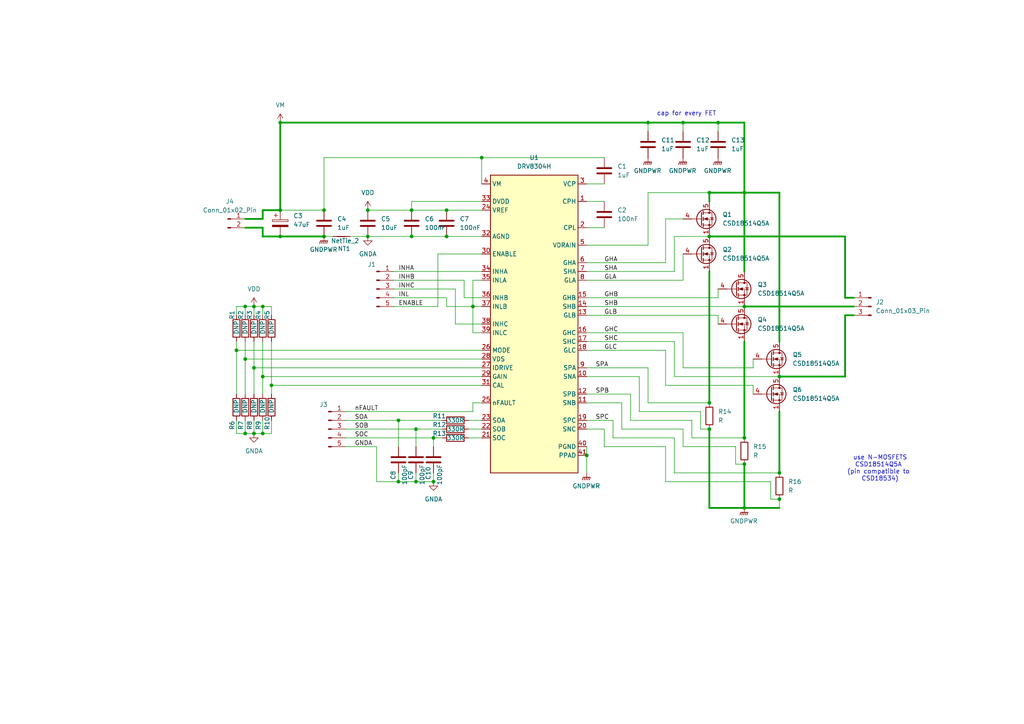
<source format=kicad_sch>
(kicad_sch (version 20231120) (generator "eeschema") (generator_version "8.0")
  (paper "A4")
  (lib_symbols
    (symbol "Connector:Conn_01x02_Pin" (pin_names (offset 1.016) hide)
      (property "Reference" "J" (at 0 2.54 0))
      (property "Value" "Conn_01x02_Pin" (at 0 -5.08 0))
      (symbol "Conn_01x02_Pin_1_1"
        (polyline (pts (xy 1.27 -2.54) (xy 0.8636 -2.54)) (stroke (width 0.1524)))
        (polyline (pts (xy 1.27 0) (xy 0.8636 0)) (stroke (width 0.1524)))
        (rectangle (start 0.8636 -2.413) (end 0 -2.667) (stroke (width 0.1524)) (fill (type outline)))
        (rectangle (start 0.8636 0.127) (end 0 -0.127) (stroke (width 0.1524)) (fill (type outline)))
        (pin passive line (at 5.08 0 180) (length 3.81) (name "Pin_1") (number "1"))
        (pin passive line (at 5.08 -2.54 180) (length 3.81) (name "Pin_2") (number "2"))
      )
    )
    (symbol "Connector:Conn_01x03_Pin" (pin_names (offset 1.016) hide)
      (property "Reference" "J" (at 0 5.08 0))
      (property "Value" "Conn_01x03_Pin" (at 0 -5.08 0))
      (symbol "Conn_01x03_Pin_1_1"
        (polyline (pts (xy 1.27 -2.54) (xy 0.8636 -2.54)) (stroke (width 0.1524)))
        (polyline (pts (xy 1.27 0) (xy 0.8636 0)) (stroke (width 0.1524)))
        (polyline (pts (xy 1.27 2.54) (xy 0.8636 2.54)) (stroke (width 0.1524)))
        (rectangle (start 0.8636 -2.413) (end 0 -2.667) (stroke (width 0.1524)) (fill (type outline)))
        (rectangle (start 0.8636 0.127) (end 0 -0.127) (stroke (width 0.1524)) (fill (type outline)))
        (rectangle (start 0.8636 2.667) (end 0 2.413) (stroke (width 0.1524)) (fill (type outline)))
        (pin passive line (at 5.08 2.54 180) (length 3.81) (name "Pin_1") (number "1"))
        (pin passive line (at 5.08 0 180) (length 3.81) (name "Pin_2") (number "2"))
        (pin passive line (at 5.08 -2.54 180) (length 3.81) (name "Pin_3") (number "3"))
      )
    )
    (symbol "Connector:Conn_01x05_Pin" (pin_names (offset 1.016) hide)
      (property "Reference" "J" (at 0 7.62 0))
      (property "Value" "Conn_01x05_Pin" (at 0 -7.62 0))
      (symbol "Conn_01x05_Pin_1_1"
        (polyline (pts (xy 1.27 -5.08) (xy 0.8636 -5.08)) (stroke (width 0.1524)))
        (polyline (pts (xy 1.27 -2.54) (xy 0.8636 -2.54)) (stroke (width 0.1524)))
        (polyline (pts (xy 1.27 0) (xy 0.8636 0)) (stroke (width 0.1524)))
        (polyline (pts (xy 1.27 2.54) (xy 0.8636 2.54)) (stroke (width 0.1524)))
        (polyline (pts (xy 1.27 5.08) (xy 0.8636 5.08)) (stroke (width 0.1524)))
        (rectangle (start 0.8636 -4.953) (end 0 -5.207) (stroke (width 0.1524)) (fill (type outline)))
        (rectangle (start 0.8636 -2.413) (end 0 -2.667) (stroke (width 0.1524)) (fill (type outline)))
        (rectangle (start 0.8636 0.127) (end 0 -0.127) (stroke (width 0.1524)) (fill (type outline)))
        (rectangle (start 0.8636 2.667) (end 0 2.413) (stroke (width 0.1524)) (fill (type outline)))
        (rectangle (start 0.8636 5.207) (end 0 4.953) (stroke (width 0.1524)) (fill (type outline)))
        (pin passive line (at 5.08 5.08 180) (length 3.81) (name "Pin_1") (number "1"))
        (pin passive line (at 5.08 2.54 180) (length 3.81) (name "Pin_2") (number "2"))
        (pin passive line (at 5.08 0 180) (length 3.81) (name "Pin_3") (number "3"))
        (pin passive line (at 5.08 -2.54 180) (length 3.81) (name "Pin_4") (number "4"))
        (pin passive line (at 5.08 -5.08 180) (length 3.81) (name "Pin_5") (number "5"))
      )
    )
    (symbol "Device:C" (pin_numbers hide) (pin_names (offset 0.254))
      (property "Reference" "C" (at 0.635 2.54 0))
      (property "Value" "C" (at 0.635 -2.54 0))
      (symbol "C_0_1"
        (polyline (pts (xy -2.032 -0.762) (xy 2.032 -0.762)) (stroke (width 0.508)))
        (polyline (pts (xy -2.032 0.762) (xy 2.032 0.762)) (stroke (width 0.508)))
      )
      (symbol "C_1_1"
        (pin passive line (at 0 3.81 270) (length 2.794) (name "~") (number "1"))
        (pin passive line (at 0 -3.81 90) (length 2.794) (name "~") (number "2"))
      )
    )
    (symbol "Device:C_Polarized" (pin_numbers hide) (pin_names (offset 0.254))
      (property "Reference" "C" (at 0.635 2.54 0))
      (property "Value" "C_Polarized" (at 0.635 -2.54 0))
      (symbol "C_Polarized_0_1"
        (rectangle (start -2.286 0.508) (end 2.286 1.016))
        (polyline (pts (xy -1.778 2.286) (xy -0.762 2.286)))
        (polyline (pts (xy -1.27 2.794) (xy -1.27 1.778)))
        (rectangle (start 2.286 -0.508) (end -2.286 -1.016) (fill (type outline)))
      )
      (symbol "C_Polarized_1_1"
        (pin passive line (at 0 3.81 270) (length 2.794) (name "~") (number "1"))
        (pin passive line (at 0 -3.81 90) (length 2.794) (name "~") (number "2"))
      )
    )
    (symbol "Device:NetTie_2" (pin_numbers hide) (pin_names (offset 0) hide) (in_bom no)
      (property "Reference" "NT" (at 0 1.27 0))
      (property "Value" "NetTie_2" (at 0 -1.27 0))
      (symbol "NetTie_2_0_1"
        (polyline (pts (xy -1.27 0) (xy 1.27 0)) (stroke (width 0.254)))
      )
      (symbol "NetTie_2_1_1"
        (pin passive line (at -2.54 0 0) (length 2.54) (name "1") (number "1"))
        (pin passive line (at 2.54 0 180) (length 2.54) (name "2") (number "2"))
      )
    )
    (symbol "Device:R" (pin_numbers hide) (pin_names (offset 0))
      (property "Reference" "R" (at 2.032 0 90))
      (property "Value" "R" (at 0 0 90))
      (symbol "R_0_1"
        (rectangle (start -1.016 -2.54) (end 1.016 2.54) (stroke (width 0.254)))
      )
      (symbol "R_1_1"
        (pin passive line (at 0 3.81 270) (length 1.27) (name "~") (number "1"))
        (pin passive line (at 0 -3.81 90) (length 1.27) (name "~") (number "2"))
      )
    )
    (symbol "Transistor_FET:CSD18534Q5A" (pin_names hide)
      (property "Reference" "Q" (at 5.08 1.905 0))
      (property "Value" "CSD18534Q5A" (at 5.08 0 0))
      (symbol "CSD18534Q5A_0_1"
        (polyline (pts (xy 0.254 0) (xy -2.54 0)))
        (polyline (pts (xy 0.254 1.905) (xy 0.254 -1.905)) (stroke (width 0.254)))
        (polyline (pts (xy 0.762 -1.27) (xy 0.762 -2.286)) (stroke (width 0.254)))
        (polyline (pts (xy 0.762 0.508) (xy 0.762 -0.508)) (stroke (width 0.254)))
        (polyline (pts (xy 0.762 2.286) (xy 0.762 1.27)) (stroke (width 0.254)))
        (polyline (pts (xy 2.54 2.54) (xy 2.54 1.778)))
        (polyline (pts (xy 2.54 -2.54) (xy 2.54 0) (xy 0.762 0)))
        (polyline (pts (xy 0.762 -1.778) (xy 3.302 -1.778) (xy 3.302 1.778) (xy 0.762 1.778)))
        (polyline (pts (xy 1.016 0) (xy 2.032 0.381) (xy 2.032 -0.381) (xy 1.016 0)) (fill (type outline)))
        (polyline (pts (xy 2.794 0.508) (xy 2.921 0.381) (xy 3.683 0.381) (xy 3.81 0.254)))
        (polyline (pts (xy 3.302 0.381) (xy 2.921 -0.254) (xy 3.683 -0.254) (xy 3.302 0.381)))
        (circle (center 1.651 0) (radius 2.794) (stroke (width 0.254)))
        (circle (center 2.54 -1.778) (radius 0.254) (fill (type outline)))
        (circle (center 2.54 1.778) (radius 0.254) (fill (type outline)))
      )
      (symbol "CSD18534Q5A_1_1"
        (pin passive line (at 2.54 -5.08 90) (length 2.54) (name "S") (number "1"))
        (pin passive line (at 2.54 -5.08 90) (length 2.54) hide (name "S") (number "2"))
        (pin passive line (at 2.54 -5.08 90) (length 2.54) hide (name "S") (number "3"))
        (pin passive line (at -5.08 0 0) (length 2.54) (name "G") (number "4"))
        (pin passive line (at 2.54 5.08 270) (length 2.54) (name "D") (number "5"))
      )
    )
    (symbol "bldc-driver-lib:DRV8304H"
      (property "Reference" "U" (at 10.414 45.974 0))
      (property "Value" "DRV8304H" (at -7.874 46.228 0))
      (symbol "DRV8304H_1_1"
        (rectangle (start -12.7 43.18) (end 12.7 -43.18) (stroke (width 0.254)) (fill (type background)))
        (pin passive line (at 15.24 35.56 180) (length 2.54) (name "CPH") (number "1"))
        (pin passive line (at 15.24 -15.24 180) (length 2.54) (name "SNA") (number "10"))
        (pin passive line (at 15.24 -22.86 180) (length 2.54) (name "SNB") (number "11"))
        (pin passive line (at 15.24 -20.32 180) (length 2.54) (name "SPB") (number "12"))
        (pin passive line (at 15.24 2.54 180) (length 2.54) (name "GLB") (number "13"))
        (pin passive line (at 15.24 5.08 180) (length 2.54) (name "SHB") (number "14"))
        (pin passive line (at 15.24 7.62 180) (length 2.54) (name "GHB") (number "15"))
        (pin passive line (at 15.24 -2.54 180) (length 2.54) (name "GHC") (number "16"))
        (pin passive line (at 15.24 -5.08 180) (length 2.54) (name "SHC") (number "17"))
        (pin passive line (at 15.24 -7.62 180) (length 2.54) (name "GLC") (number "18"))
        (pin passive line (at 15.24 -27.94 180) (length 2.54) (name "SPC") (number "19"))
        (pin passive line (at 15.24 27.94 180) (length 2.54) (name "CPL") (number "2"))
        (pin passive line (at 15.24 -30.48 180) (length 2.54) (name "SNC") (number "20"))
        (pin passive line (at -15.24 -33.02 0) (length 2.54) (name "SOC") (number "21"))
        (pin passive line (at -15.24 -30.48 0) (length 2.54) (name "SOB") (number "22"))
        (pin passive line (at -15.24 -27.94 0) (length 2.54) (name "SOA") (number "23"))
        (pin passive line (at -15.24 33.02 0) (length 2.54) (name "VREF") (number "24"))
        (pin passive line (at -15.24 -22.86 0) (length 2.54) (name "nFAULT") (number "25"))
        (pin passive line (at -15.24 -7.62 0) (length 2.54) (name "MODE") (number "26"))
        (pin passive line (at -15.24 -12.7 0) (length 2.54) (name "IDRIVE") (number "27"))
        (pin passive line (at -15.24 -10.16 0) (length 2.54) (name "VDS") (number "28"))
        (pin passive line (at -15.24 -15.24 0) (length 2.54) (name "GAIN") (number "29"))
        (pin passive line (at 15.24 40.64 180) (length 2.54) (name "VCP") (number "3"))
        (pin passive line (at -15.24 20.32 0) (length 2.54) (name "ENABLE") (number "30"))
        (pin passive line (at -15.24 -17.78 0) (length 2.54) (name "CAL") (number "31"))
        (pin passive line (at -15.24 25.4 0) (length 2.54) (name "AGND") (number "32"))
        (pin passive line (at -15.24 35.56 0) (length 2.54) (name "DVDD") (number "33"))
        (pin passive line (at -15.24 15.24 0) (length 2.54) (name "INHA") (number "34"))
        (pin passive line (at -15.24 12.7 0) (length 2.54) (name "INLA") (number "35"))
        (pin passive line (at -15.24 7.62 0) (length 2.54) (name "INHB") (number "36"))
        (pin passive line (at -15.24 5.08 0) (length 2.54) (name "INLB") (number "37"))
        (pin passive line (at -15.24 0 0) (length 2.54) (name "INHC") (number "38"))
        (pin passive line (at -15.24 -2.54 0) (length 2.54) (name "INLC") (number "39"))
        (pin passive line (at -15.24 40.64 0) (length 2.54) (name "VM") (number "4"))
        (pin passive line (at 15.24 -35.56 180) (length 2.54) (name "PGND") (number "40"))
        (pin passive line (at 15.24 -38.1 180) (length 2.54) (name "PPAD") (number "41"))
        (pin passive line (at 15.24 22.86 180) (length 2.54) (name "VDRAIN") (number "5"))
        (pin passive line (at 15.24 17.78 180) (length 2.54) (name "GHA") (number "6"))
        (pin passive line (at 15.24 15.24 180) (length 2.54) (name "SHA") (number "7"))
        (pin passive line (at 15.24 12.7 180) (length 2.54) (name "GLA") (number "8"))
        (pin passive line (at 15.24 -12.7 180) (length 2.54) (name "SPA") (number "9"))
      )
    )
    (symbol "power:GNDA" (power) (pin_numbers hide) (pin_names (offset 0) hide)
      (property "Value" "GNDA" (at 0 -3.81 0))
      (symbol "GNDA_0_1"
        (polyline (pts (xy 0 0) (xy 0 -1.27) (xy 1.27 -1.27) (xy 0 -2.54) (xy -1.27 -1.27) (xy 0 -1.27)))
      )
      (symbol "GNDA_1_1"
        (pin power_in line (at 0 0 270) (length 0) (name "~") (number "1"))
      )
    )
    (symbol "power:GNDPWR" (power) (pin_numbers hide) (pin_names (offset 0) hide)
      (property "Value" "GNDPWR" (at 0 -3.302 0))
      (symbol "GNDPWR_0_1"
        (polyline (pts (xy 0 -1.27) (xy 0 0)))
        (polyline (pts (xy -1.016 -1.27) (xy -1.27 -2.032) (xy -1.27 -2.032)) (stroke (width 0.2032)))
        (polyline (pts (xy -0.508 -1.27) (xy -0.762 -2.032) (xy -0.762 -2.032)) (stroke (width 0.2032)))
        (polyline (pts (xy 0 -1.27) (xy -0.254 -2.032) (xy -0.254 -2.032)) (stroke (width 0.2032)))
        (polyline (pts (xy 0.508 -1.27) (xy 0.254 -2.032) (xy 0.254 -2.032)) (stroke (width 0.2032)))
        (polyline (pts (xy 1.016 -1.27) (xy -1.016 -1.27) (xy -1.016 -1.27)) (stroke (width 0.2032)))
        (polyline (pts (xy 1.016 -1.27) (xy 0.762 -2.032) (xy 0.762 -2.032) (xy 0.762 -2.032)) (stroke (width 0.2032)))
      )
      (symbol "GNDPWR_1_1"
        (pin power_in line (at 0 0 270) (length 0) (name "~") (number "1"))
      )
    )
    (symbol "power:VDD" (power) (pin_numbers hide) (pin_names (offset 0) hide)
      (property "Value" "VDD" (at 0 3.556 0))
      (symbol "VDD_0_1"
        (polyline (pts (xy -0.762 1.27) (xy 0 2.54)))
        (polyline (pts (xy 0 0) (xy 0 2.54)))
        (polyline (pts (xy 0 2.54) (xy 0.762 1.27)))
      )
      (symbol "VDD_1_1"
        (pin power_in line (at 0 0 90) (length 0) (name "~") (number "1"))
      )
    )
  )
  (junction (at 73.66 88.9))
  (junction (at 125.73 139.7))
  (junction (at 76.2 109.22))
  (junction (at 76.2 88.9))
  (junction (at 187.96 35.56))
  (junction (at 78.74 111.76))
  (junction (at 81.28 60.96))
  (junction (at 106.68 68.58))
  (junction (at 119.38 68.58))
  (junction (at 129.54 60.96))
  (junction (at 215.9 147.32))
  (junction (at 205.74 55.88))
  (junction (at 93.98 68.58))
  (junction (at 215.9 127))
  (junction (at 73.66 106.68))
  (junction (at 120.65 124.46))
  (junction (at 120.65 139.7))
  (junction (at 205.74 68.58))
  (junction (at 119.38 60.96))
  (junction (at 93.98 60.96))
  (junction (at 226.06 109.22))
  (junction (at 137.16 88.9))
  (junction (at 208.28 35.56))
  (junction (at 68.58 101.6))
  (junction (at 226.06 137.16))
  (junction (at 81.28 35.56))
  (junction (at 215.9 88.9))
  (junction (at 139.7 45.72))
  (junction (at 215.9 55.88))
  (junction (at 76.2 125.73))
  (junction (at 125.73 127))
  (junction (at 71.12 88.9))
  (junction (at 170.18 132.08))
  (junction (at 215.9 134.62))
  (junction (at 129.54 68.58))
  (junction (at 115.57 121.92))
  (junction (at 205.74 116.84))
  (junction (at 198.12 35.56))
  (junction (at 115.57 139.7))
  (junction (at 71.12 125.73))
  (junction (at 73.66 125.73))
  (junction (at 226.06 144.78))
  (junction (at 106.68 60.96))
  (junction (at 81.28 68.58))
  (junction (at 71.12 104.14))
  (junction (at 205.74 124.46))
  (wire (pts (xy 218.44 106.68) (xy 198.12 106.68)))
  (wire (pts (xy 137.16 119.38) (xy 137.16 116.84)))
  (wire (pts (xy 73.66 88.9) (xy 76.2 88.9)))
  (wire (pts (xy 129.54 68.58) (xy 139.7 68.58)))
  (wire (pts (xy 215.9 127) (xy 200.66 127)))
  (wire (pts (xy 187.96 116.84) (xy 187.96 106.68)))
  (wire (pts (xy 218.44 111.76) (xy 218.44 114.3)))
  (wire (pts (xy 76.2 88.9) (xy 78.74 88.9)))
  (wire (pts (xy 78.74 111.76) (xy 139.7 111.76)))
  (wire (pts (xy 76.2 121.92) (xy 76.2 125.73)))
  (wire (pts (xy 81.28 60.96) (xy 93.98 60.96)))
  (wire (pts (xy 175.26 124.46) (xy 175.26 129.54)))
  (wire (pts (xy 114.3 83.82) (xy 132.08 83.82)))
  (wire (pts (xy 137.16 88.9) (xy 139.7 88.9)))
  (wire (pts (xy 195.58 109.22) (xy 226.06 109.22)))
  (wire (pts (xy 185.42 109.22) (xy 185.42 119.38)))
  (wire (pts (xy 73.66 106.68) (xy 139.7 106.68)))
  (wire (pts (xy 78.74 121.92) (xy 78.74 125.73)))
  (wire (pts (xy 175.26 53.34) (xy 170.18 53.34)))
  (wire (pts (xy 226.06 99.06) (xy 226.06 55.88)) (stroke (width 0.508)))
  (wire (pts (xy 120.65 137.16) (xy 120.65 139.7)))
  (wire (pts (xy 129.54 60.96) (xy 139.7 60.96)))
  (wire (pts (xy 81.28 35.56) (xy 187.96 35.56)) (stroke (width 0.508)))
  (wire (pts (xy 205.74 68.58) (xy 195.58 68.58)))
  (wire (pts (xy 247.65 86.36) (xy 245.11 86.36)) (stroke (width 0.508)))
  (wire (pts (xy 78.74 88.9) (xy 78.74 91.44)))
  (wire (pts (xy 109.22 129.54) (xy 100.33 129.54)))
  (wire (pts (xy 76.2 109.22) (xy 76.2 114.3)))
  (wire (pts (xy 170.18 86.36) (xy 208.28 86.36)))
  (wire (pts (xy 135.89 121.92) (xy 139.7 121.92)))
  (wire (pts (xy 177.8 121.92) (xy 170.18 121.92)))
  (wire (pts (xy 93.98 45.72) (xy 93.98 60.96)))
  (wire (pts (xy 175.26 129.54) (xy 193.04 129.54)))
  (wire (pts (xy 81.28 68.58) (xy 93.98 68.58)) (stroke (width 0.508)))
  (wire (pts (xy 177.8 127) (xy 177.8 121.92)))
  (wire (pts (xy 193.04 129.54) (xy 193.04 139.7)))
  (wire (pts (xy 71.12 104.14) (xy 71.12 114.3)))
  (wire (pts (xy 182.88 121.92) (xy 182.88 114.3)))
  (wire (pts (xy 100.33 121.92) (xy 115.57 121.92)))
  (wire (pts (xy 134.62 86.36) (xy 134.62 81.28)))
  (wire (pts (xy 198.12 35.56) (xy 198.12 38.1)))
  (wire (pts (xy 109.22 139.7) (xy 109.22 129.54)))
  (wire (pts (xy 100.33 127) (xy 125.73 127)))
  (wire (pts (xy 187.96 55.88) (xy 205.74 55.88)))
  (wire (pts (xy 132.08 93.98) (xy 132.08 83.82)))
  (wire (pts (xy 78.74 111.76) (xy 78.74 114.3)))
  (wire (pts (xy 226.06 109.22) (xy 245.11 109.22)) (stroke (width 0.508)))
  (wire (pts (xy 71.12 88.9) (xy 71.12 91.44)))
  (wire (pts (xy 170.18 129.54) (xy 170.18 132.08)))
  (wire (pts (xy 245.11 91.44) (xy 247.65 91.44)) (stroke (width 0.508)))
  (wire (pts (xy 208.28 35.56) (xy 215.9 35.56)) (stroke (width 0.508)))
  (wire (pts (xy 170.18 81.28) (xy 198.12 81.28)))
  (wire (pts (xy 180.34 116.84) (xy 180.34 124.46)))
  (wire (pts (xy 193.04 139.7) (xy 223.52 139.7)))
  (wire (pts (xy 120.65 139.7) (xy 125.73 139.7)))
  (wire (pts (xy 119.38 68.58) (xy 129.54 68.58)))
  (wire (pts (xy 129.54 88.9) (xy 137.16 88.9)))
  (wire (pts (xy 226.06 137.16) (xy 195.58 137.16)))
  (wire (pts (xy 198.12 96.52) (xy 198.12 106.68)))
  (wire (pts (xy 76.2 125.73) (xy 78.74 125.73)))
  (wire (pts (xy 193.04 101.6) (xy 193.04 111.76)))
  (wire (pts (xy 187.96 35.56) (xy 198.12 35.56)) (stroke (width 0.508)))
  (wire (pts (xy 73.66 88.9) (xy 73.66 91.44)))
  (wire (pts (xy 76.2 60.96) (xy 81.28 60.96)) (stroke (width 0.508)))
  (wire (pts (xy 170.18 109.22) (xy 185.42 109.22)))
  (wire (pts (xy 170.18 114.3) (xy 182.88 114.3)))
  (wire (pts (xy 185.42 119.38) (xy 203.2 119.38)))
  (wire (pts (xy 71.12 63.5) (xy 76.2 63.5)) (stroke (width 0.508)))
  (wire (pts (xy 187.96 71.12) (xy 187.96 55.88)))
  (wire (pts (xy 195.58 127) (xy 177.8 127)))
  (wire (pts (xy 215.9 147.32) (xy 226.06 147.32)) (stroke (width 0.508)))
  (wire (pts (xy 215.9 55.88) (xy 215.9 78.74)) (stroke (width 0.508)))
  (wire (pts (xy 76.2 109.22) (xy 76.2 99.06)))
  (wire (pts (xy 139.7 96.52) (xy 137.16 96.52)))
  (wire (pts (xy 205.74 147.32) (xy 215.9 147.32)) (stroke (width 0.508)))
  (wire (pts (xy 78.74 111.76) (xy 78.74 99.06)))
  (wire (pts (xy 137.16 88.9) (xy 137.16 96.52)))
  (wire (pts (xy 198.12 81.28) (xy 198.12 73.66)))
  (wire (pts (xy 205.74 68.58) (xy 245.11 68.58)) (stroke (width 0.508)))
  (wire (pts (xy 213.36 129.54) (xy 213.36 134.62)))
  (wire (pts (xy 135.89 124.46) (xy 139.7 124.46)))
  (wire (pts (xy 71.12 121.92) (xy 71.12 125.73)))
  (wire (pts (xy 208.28 91.44) (xy 208.28 93.98)))
  (wire (pts (xy 135.89 127) (xy 139.7 127)))
  (wire (pts (xy 71.12 125.73) (xy 73.66 125.73)))
  (wire (pts (xy 139.7 93.98) (xy 132.08 93.98)))
  (wire (pts (xy 187.96 116.84) (xy 205.74 116.84)))
  (wire (pts (xy 187.96 106.68) (xy 170.18 106.68)))
  (wire (pts (xy 205.74 78.74) (xy 205.74 116.84)) (stroke (width 0.508)))
  (wire (pts (xy 170.18 116.84) (xy 180.34 116.84)))
  (wire (pts (xy 195.58 68.58) (xy 195.58 78.74)))
  (wire (pts (xy 137.16 81.28) (xy 137.16 88.9)))
  (wire (pts (xy 139.7 73.66) (xy 127 73.66)))
  (wire (pts (xy 195.58 99.06) (xy 195.58 109.22)))
  (wire (pts (xy 226.06 144.78) (xy 226.06 147.32)))
  (wire (pts (xy 120.65 124.46) (xy 128.27 124.46)))
  (wire (pts (xy 175.26 45.72) (xy 139.7 45.72)))
  (wire (pts (xy 170.18 101.6) (xy 193.04 101.6)))
  (wire (pts (xy 125.73 127) (xy 125.73 129.54)))
  (wire (pts (xy 215.9 35.56) (xy 215.9 55.88)) (stroke (width 0.508)))
  (wire (pts (xy 76.2 66.04) (xy 76.2 68.58)) (stroke (width 0.508)))
  (wire (pts (xy 119.38 58.42) (xy 119.38 60.96)))
  (wire (pts (xy 226.06 119.38) (xy 226.06 137.16)) (stroke (width 0.508)))
  (wire (pts (xy 68.58 91.44) (xy 68.58 88.9)))
  (wire (pts (xy 68.58 101.6) (xy 139.7 101.6)))
  (wire (pts (xy 195.58 137.16) (xy 195.58 127)))
  (wire (pts (xy 100.33 119.38) (xy 137.16 119.38)))
  (wire (pts (xy 205.74 124.46) (xy 203.2 124.46)))
  (wire (pts (xy 106.68 60.96) (xy 119.38 60.96)))
  (wire (pts (xy 127 73.66) (xy 127 88.9)))
  (wire (pts (xy 137.16 116.84) (xy 139.7 116.84)))
  (wire (pts (xy 170.18 96.52) (xy 198.12 96.52)))
  (wire (pts (xy 115.57 121.92) (xy 128.27 121.92)))
  (wire (pts (xy 76.2 68.58) (xy 81.28 68.58)) (stroke (width 0.508)))
  (wire (pts (xy 93.98 68.58) (xy 96.52 68.58)))
  (wire (pts (xy 193.04 63.5) (xy 193.04 76.2)))
  (wire (pts (xy 76.2 63.5) (xy 76.2 60.96)) (stroke (width 0.508)))
  (wire (pts (xy 115.57 121.92) (xy 115.57 129.54)))
  (wire (pts (xy 175.26 58.42) (xy 170.18 58.42)))
  (wire (pts (xy 100.33 124.46) (xy 120.65 124.46)))
  (wire (pts (xy 114.3 78.74) (xy 139.7 78.74)))
  (wire (pts (xy 106.68 68.58) (xy 119.38 68.58)))
  (wire (pts (xy 200.66 121.92) (xy 182.88 121.92)))
  (wire (pts (xy 223.52 144.78) (xy 226.06 144.78)))
  (wire (pts (xy 193.04 76.2) (xy 170.18 76.2)))
  (wire (pts (xy 71.12 88.9) (xy 73.66 88.9)))
  (wire (pts (xy 170.18 71.12) (xy 187.96 71.12)))
  (wire (pts (xy 115.57 137.16) (xy 115.57 139.7)))
  (wire (pts (xy 170.18 91.44) (xy 208.28 91.44)))
  (wire (pts (xy 203.2 119.38) (xy 203.2 124.46)))
  (wire (pts (xy 68.58 88.9) (xy 71.12 88.9)))
  (wire (pts (xy 109.22 139.7) (xy 115.57 139.7)))
  (wire (pts (xy 218.44 104.14) (xy 218.44 106.68)))
  (wire (pts (xy 200.66 127) (xy 200.66 121.92)))
  (wire (pts (xy 125.73 137.16) (xy 125.73 139.7)))
  (wire (pts (xy 215.9 88.9) (xy 247.65 88.9)) (stroke (width 0.508)))
  (wire (pts (xy 129.54 86.36) (xy 129.54 88.9)))
  (wire (pts (xy 81.28 35.56) (xy 81.28 60.96)) (stroke (width 0.508)))
  (wire (pts (xy 71.12 104.14) (xy 71.12 99.06)))
  (wire (pts (xy 170.18 132.08) (xy 170.18 137.16)))
  (wire (pts (xy 71.12 104.14) (xy 139.7 104.14)))
  (wire (pts (xy 198.12 129.54) (xy 213.36 129.54)))
  (wire (pts (xy 198.12 124.46) (xy 198.12 129.54)))
  (wire (pts (xy 187.96 38.1) (xy 187.96 35.56)))
  (wire (pts (xy 68.58 101.6) (xy 68.58 114.3)))
  (wire (pts (xy 180.34 124.46) (xy 198.12 124.46)))
  (wire (pts (xy 120.65 124.46) (xy 120.65 129.54)))
  (wire (pts (xy 101.6 68.58) (xy 106.68 68.58)))
  (wire (pts (xy 245.11 86.36) (xy 245.11 68.58)) (stroke (width 0.508)))
  (wire (pts (xy 170.18 88.9) (xy 215.9 88.9)))
  (wire (pts (xy 170.18 99.06) (xy 195.58 99.06)))
  (wire (pts (xy 215.9 99.06) (xy 215.9 127)) (stroke (width 0.508)))
  (wire (pts (xy 76.2 88.9) (xy 76.2 91.44)))
  (wire (pts (xy 73.66 106.68) (xy 73.66 99.06)))
  (wire (pts (xy 139.7 45.72) (xy 139.7 53.34)))
  (wire (pts (xy 193.04 111.76) (xy 218.44 111.76)))
  (wire (pts (xy 73.66 106.68) (xy 73.66 114.3)))
  (wire (pts (xy 170.18 124.46) (xy 175.26 124.46)))
  (wire (pts (xy 68.58 101.6) (xy 68.58 99.06)))
  (wire (pts (xy 170.18 78.74) (xy 195.58 78.74)))
  (wire (pts (xy 205.74 124.46) (xy 205.74 147.32)) (stroke (width 0.508)))
  (wire (pts (xy 114.3 88.9) (xy 127 88.9)))
  (wire (pts (xy 114.3 86.36) (xy 129.54 86.36)))
  (wire (pts (xy 213.36 134.62) (xy 215.9 134.62)))
  (wire (pts (xy 93.98 45.72) (xy 139.7 45.72)))
  (wire (pts (xy 68.58 121.92) (xy 68.58 125.73)))
  (wire (pts (xy 68.58 125.73) (xy 71.12 125.73)))
  (wire (pts (xy 119.38 60.96) (xy 129.54 60.96)))
  (wire (pts (xy 71.12 66.04) (xy 76.2 66.04)) (stroke (width 0.508)))
  (wire (pts (xy 73.66 125.73) (xy 76.2 125.73)))
  (wire (pts (xy 73.66 121.92) (xy 73.66 125.73)))
  (wire (pts (xy 76.2 109.22) (xy 139.7 109.22)))
  (wire (pts (xy 198.12 63.5) (xy 193.04 63.5)))
  (wire (pts (xy 245.11 109.22) (xy 245.11 91.44)) (stroke (width 0.508)))
  (wire (pts (xy 208.28 35.56) (xy 208.28 38.1)))
  (wire (pts (xy 223.52 139.7) (xy 223.52 144.78)))
  (wire (pts (xy 114.3 81.28) (xy 134.62 81.28)))
  (wire (pts (xy 215.9 134.62) (xy 215.9 147.32)) (stroke (width 0.508)))
  (wire (pts (xy 125.73 127) (xy 128.27 127)))
  (wire (pts (xy 198.12 35.56) (xy 208.28 35.56)) (stroke (width 0.508)))
  (wire (pts (xy 134.62 86.36) (xy 139.7 86.36)))
  (wire (pts (xy 215.9 55.88) (xy 205.74 55.88)) (stroke (width 0.508)))
  (wire (pts (xy 115.57 139.7) (xy 120.65 139.7)))
  (wire (pts (xy 175.26 66.04) (xy 170.18 66.04)))
  (wire (pts (xy 205.74 55.88) (xy 205.74 58.42)) (stroke (width 0.508)))
  (wire (pts (xy 139.7 81.28) (xy 137.16 81.28)))
  (wire (pts (xy 208.28 86.36) (xy 208.28 83.82)))
  (wire (pts (xy 226.06 55.88) (xy 215.9 55.88)) (stroke (width 0.508)))
  (wire (pts (xy 119.38 58.42) (xy 139.7 58.42)))
  (text "cap for every FET" (at 199.136 33.02 0) (effects (font (size 1.27 1.27))))
  (text "use N-MOSFETS\nCSD18514Q5A \n(pin compatible to \nCSD18534)" (at 255.27 135.89 0) (effects (font (size 1.27 1.27))))
  (label "SHA" (at 175.26 78.74 0))
  (label "INL" (at 115.57 86.36 0))
  (label "SHC" (at 175.26 99.06 0))
  (label "INHA" (at 115.57 78.74 0))
  (label "GLA" (at 175.26 81.28 0))
  (label "SOB" (at 102.87 124.46 0))
  (label "SOC" (at 102.87 127 0))
  (label "SOA" (at 102.87 121.92 0))
  (label "SPA" (at 172.72 106.68 0))
  (label "SPC" (at 172.72 121.92 0))
  (label "SPB" (at 172.72 114.3 0))
  (label "GNDA" (at 102.87 129.54 0))
  (label "nFAULT" (at 102.87 119.38 0))
  (label "GHB" (at 175.26 86.36 0))
  (label "GLC" (at 175.26 101.6 0))
  (label "GLB" (at 175.26 91.44 0))
  (label "SHB" (at 175.26 88.9 0))
  (label "GHA" (at 175.26 76.2 0))
  (label "INHB" (at 115.57 81.28 0))
  (label "GHC" (at 175.26 96.52 0))
  (label "INHC" (at 115.57 83.82 0))
  (label "ENABLE" (at 115.57 88.9 0))
  (symbol (lib_id "Device:R") (at 78.74 118.11 0) (unit 1)
    (property "Reference" "R10" (at 77.47 124.7139 90) (effects (justify left)))
    (property "Value" "DNP" (at 78.74 119.8879 90) (effects (justify left)))
    (property "Footprint" "Resistor_SMD:R_0603_1608Metric_Pad0.98x0.95mm_HandSolder" (effects (hide yes)))
    (property "Description" "Resistor" (effects (hide yes)))
  )
  (symbol (lib_id "power:GNDA") (at 125.73 139.7 0) (unit 1)
    (property "Reference" "#PWR07" (effects (hide yes)))
    (property "Value" "GNDA" (at 125.73 144.78 0))
    (property "Description" "Power symbol creates a global label with name \"GNDA\" , analog ground" (effects (hide yes)))
  )
  (symbol (lib_id "power:GNDPWR") (at 187.96 45.72 0) (unit 1)
    (property "Reference" "#PWR010" (effects (hide yes)))
    (property "Value" "GNDPWR" (at 187.833 49.53 0))
    (property "Description" "Power symbol creates a global label with name \"GNDPWR\" , global ground" (effects (hide yes)))
  )
  (symbol (lib_id "Device:C") (at 119.38 64.77 0) (unit 1)
    (property "Reference" "C6" (at 123.19 63.4999 0) (effects (justify left)))
    (property "Value" "100nF" (at 123.19 66.0399 0) (effects (justify left)))
    (property "Footprint" "Capacitor_SMD:C_0603_1608Metric_Pad1.08x0.95mm_HandSolder" (effects (hide yes)))
    (property "Description" "Unpolarized capacitor" (effects (hide yes)))
  )
  (symbol (lib_id "Device:C") (at 120.65 133.35 0) (unit 1)
    (property "Reference" "C9" (at 119.126 139.1919 90) (effects (justify left)))
    (property "Value" "100pF" (at 122.428 140.7159 90) (effects (justify left)))
    (property "Footprint" "Capacitor_SMD:C_0603_1608Metric_Pad1.08x0.95mm_HandSolder" (effects (hide yes)))
    (property "Description" "Unpolarized capacitor" (effects (hide yes)))
  )
  (symbol (lib_id "Device:R") (at 132.08 124.46 270) (unit 1)
    (property "Reference" "R12" (at 125.4761 123.19 90) (effects (justify left)))
    (property "Value" "330R" (at 129.5401 124.46 90) (effects (justify left)))
    (property "Footprint" "Resistor_SMD:R_0603_1608Metric_Pad0.98x0.95mm_HandSolder" (effects (hide yes)))
    (property "Description" "Resistor" (effects (hide yes)))
  )
  (symbol (lib_id "bldc-driver-lib:DRV8304H") (at 154.94 93.98 0) (unit 1)
    (property "Reference" "U1" (at 154.94 45.72 0))
    (property "Value" "DRV8304H" (at 154.94 48.26 0))
    (property "Footprint" "Package_DFN_QFN:Texas_RHA0040E_VQFN-40-1EP_6x6mm_P0.5mm_EP3.52x2.62mm" (effects (hide yes)))
  )
  (symbol (lib_id "power:GNDPWR") (at 215.9 147.32 0) (unit 1)
    (property "Reference" "#PWR08" (effects (hide yes)))
    (property "Value" "GNDPWR" (at 215.773 151.13 0))
    (property "Description" "Power symbol creates a global label with name \"GNDPWR\" , global ground" (effects (hide yes)))
  )
  (symbol (lib_id "Transistor_FET:CSD18534Q5A") (at 213.36 93.98 0) (unit 1)
    (property "Reference" "Q4" (at 219.71 92.7099 0) (effects (justify left)))
    (property "Value" "CSD18514Q5A" (at 219.71 95.2499 0) (effects (justify left)))
    (property "Footprint" "Package_TO_SOT_SMD:TDSON-8-1" (effects (hide yes)))
    (property "Datasheet" "http://www.ti.com/lit/gpn/csd18534q5a" (effects (hide yes)))
    (property "Description" "50A Id, 60V Vds, NexFET N-Channel Power MOSFET, 9.8mOhm Ron, 17nC Qg(typ), SON8 5x6mm" (effects (hide yes)))
  )
  (symbol (lib_id "Device:C") (at 125.73 133.35 0) (unit 1)
    (property "Reference" "C10" (at 124.206 139.1919 90) (effects (justify left)))
    (property "Value" "100pF" (at 127.508 140.7159 90) (effects (justify left)))
    (property "Footprint" "Capacitor_SMD:C_0603_1608Metric_Pad1.08x0.95mm_HandSolder" (effects (hide yes)))
    (property "Description" "Unpolarized capacitor" (effects (hide yes)))
  )
  (symbol (lib_id "Device:C") (at 208.28 41.91 0) (unit 1)
    (property "Reference" "C13" (at 212.09 40.6399 0) (effects (justify left)))
    (property "Value" "1uF" (at 212.09 43.1799 0) (effects (justify left)))
    (property "Footprint" "Capacitor_SMD:C_0805_2012Metric_Pad1.18x1.45mm_HandSolder" (effects (hide yes)))
    (property "Description" "Unpolarized capacitor" (effects (hide yes)))
  )
  (symbol (lib_id "Transistor_FET:CSD18534Q5A") (at 203.2 73.66 0) (unit 1)
    (property "Reference" "Q2" (at 209.55 72.3899 0) (effects (justify left)))
    (property "Value" "CSD18514Q5A" (at 209.55 74.9299 0) (effects (justify left)))
    (property "Footprint" "Package_TO_SOT_SMD:TDSON-8-1" (effects (hide yes)))
    (property "Datasheet" "http://www.ti.com/lit/gpn/csd18534q5a" (effects (hide yes)))
    (property "Description" "50A Id, 60V Vds, NexFET N-Channel Power MOSFET, 9.8mOhm Ron, 17nC Qg(typ), SON8 5x6mm" (effects (hide yes)))
  )
  (symbol (lib_id "power:VDD") (at 106.68 60.96 0) (unit 1)
    (property "Reference" "#PWR01" (effects (hide yes)))
    (property "Value" "VDD" (at 106.68 55.88 0))
    (property "Description" "Power symbol creates a global label with name \"VDD\"" (effects (hide yes)))
  )
  (symbol (lib_id "power:VDD") (at 73.66 88.9 0) (unit 1)
    (property "Reference" "#PWR04" (effects (hide yes)))
    (property "Value" "VDD" (at 73.66 83.82 0))
    (property "Description" "Power symbol creates a global label with name \"VDD\"" (effects (hide yes)))
  )
  (symbol (lib_id "Device:R") (at 205.74 120.65 0) (unit 1)
    (property "Reference" "R14" (at 208.28 119.3799 0) (effects (justify left)))
    (property "Value" "R" (at 208.28 121.9199 0) (effects (justify left)))
    (property "Footprint" "Resistor_SMD:R_2512_6332Metric_Pad1.40x3.35mm_HandSolder" (effects (hide yes)))
    (property "Description" "Resistor" (effects (hide yes)))
  )
  (symbol (lib_id "Device:R") (at 132.08 121.92 270) (unit 1)
    (property "Reference" "R11" (at 125.4761 120.65 90) (effects (justify left)))
    (property "Value" "330R" (at 129.5401 121.92 90) (effects (justify left)))
    (property "Footprint" "Resistor_SMD:R_0603_1608Metric_Pad0.98x0.95mm_HandSolder" (effects (hide yes)))
    (property "Description" "Resistor" (effects (hide yes)))
  )
  (symbol (lib_id "power:GNDA") (at 73.66 125.73 0) (unit 1)
    (property "Reference" "#PWR05" (effects (hide yes)))
    (property "Value" "GNDA" (at 73.66 130.81 0))
    (property "Description" "Power symbol creates a global label with name \"GNDA\" , analog ground" (effects (hide yes)))
  )
  (symbol (lib_id "Device:R") (at 68.58 95.25 0) (unit 1)
    (property "Reference" "R1" (at 67.31 92.7099 90) (effects (justify left)))
    (property "Value" "DNP" (at 68.58 97.0279 90) (effects (justify left)))
    (property "Footprint" "Resistor_SMD:R_0603_1608Metric_Pad0.98x0.95mm_HandSolder" (effects (hide yes)))
    (property "Description" "Resistor" (effects (hide yes)))
  )
  (symbol (lib_id "Device:R") (at 71.12 118.11 0) (unit 1)
    (property "Reference" "R7" (at 69.85 124.7139 90) (effects (justify left)))
    (property "Value" "DNP" (at 71.12 119.8879 90) (effects (justify left)))
    (property "Footprint" "Resistor_SMD:R_0603_1608Metric_Pad0.98x0.95mm_HandSolder" (effects (hide yes)))
    (property "Description" "Resistor" (effects (hide yes)))
  )
  (symbol (lib_id "Device:C") (at 187.96 41.91 0) (unit 1)
    (property "Reference" "C11" (at 191.77 40.6399 0) (effects (justify left)))
    (property "Value" "1uF" (at 191.77 43.1799 0) (effects (justify left)))
    (property "Footprint" "Capacitor_SMD:C_0805_2012Metric_Pad1.18x1.45mm_HandSolder" (effects (hide yes)))
    (property "Description" "Unpolarized capacitor" (effects (hide yes)))
  )
  (symbol (lib_id "Device:R") (at 215.9 130.81 0) (unit 1)
    (property "Reference" "R15" (at 218.44 129.5399 0) (effects (justify left)))
    (property "Value" "R" (at 218.44 132.0799 0) (effects (justify left)))
    (property "Footprint" "Resistor_SMD:R_2512_6332Metric_Pad1.40x3.35mm_HandSolder" (effects (hide yes)))
    (property "Description" "Resistor" (effects (hide yes)))
  )
  (symbol (lib_id "Device:R") (at 76.2 95.25 0) (unit 1)
    (property "Reference" "R4" (at 74.93 92.7099 90) (effects (justify left)))
    (property "Value" "DNP" (at 76.2 97.0279 90) (effects (justify left)))
    (property "Footprint" "Resistor_SMD:R_0603_1608Metric_Pad0.98x0.95mm_HandSolder" (effects (hide yes)))
    (property "Description" "Resistor" (effects (hide yes)))
  )
  (symbol (lib_id "Device:C") (at 115.57 133.35 0) (unit 1)
    (property "Reference" "C8" (at 114.046 139.1919 90) (effects (justify left)))
    (property "Value" "100pF" (at 117.348 140.7159 90) (effects (justify left)))
    (property "Footprint" "Capacitor_SMD:C_0603_1608Metric_Pad1.08x0.95mm_HandSolder" (effects (hide yes)))
    (property "Description" "Unpolarized capacitor" (effects (hide yes)))
  )
  (symbol (lib_id "power:GNDA") (at 106.68 68.58 0) (unit 1)
    (property "Reference" "#PWR03" (effects (hide yes)))
    (property "Value" "GNDA" (at 106.68 73.66 0))
    (property "Description" "Power symbol creates a global label with name \"GNDA\" , analog ground" (effects (hide yes)))
  )
  (symbol (lib_id "Device:R") (at 78.74 95.25 0) (unit 1)
    (property "Reference" "R5" (at 77.47 92.7099 90) (effects (justify left)))
    (property "Value" "DNP" (at 78.74 97.0279 90) (effects (justify left)))
    (property "Footprint" "Resistor_SMD:R_0603_1608Metric_Pad0.98x0.95mm_HandSolder" (effects (hide yes)))
    (property "Description" "Resistor" (effects (hide yes)))
  )
  (symbol (lib_id "Device:C") (at 106.68 64.77 0) (unit 1)
    (property "Reference" "C5" (at 110.49 63.4999 0) (effects (justify left)))
    (property "Value" "10uF" (at 110.49 66.0399 0) (effects (justify left)))
    (property "Footprint" "Capacitor_SMD:C_0805_2012Metric_Pad1.18x1.45mm_HandSolder" (effects (hide yes)))
    (property "Description" "Unpolarized capacitor" (effects (hide yes)))
  )
  (symbol (lib_id "Device:R") (at 76.2 118.11 0) (unit 1)
    (property "Reference" "R9" (at 74.93 124.7139 90) (effects (justify left)))
    (property "Value" "DNP" (at 76.2 119.8879 90) (effects (justify left)))
    (property "Footprint" "Resistor_SMD:R_0603_1608Metric_Pad0.98x0.95mm_HandSolder" (effects (hide yes)))
    (property "Description" "Resistor" (effects (hide yes)))
  )
  (symbol (lib_id "Device:C") (at 175.26 49.53 0) (unit 1)
    (property "Reference" "C1" (at 179.07 48.2599 0) (effects (justify left)))
    (property "Value" "1uF" (at 179.07 50.7999 0) (effects (justify left)))
    (property "Footprint" "Capacitor_SMD:C_0805_2012Metric_Pad1.18x1.45mm_HandSolder" (effects (hide yes)))
    (property "Description" "Unpolarized capacitor" (effects (hide yes)))
  )
  (symbol (lib_id "Device:R") (at 226.06 140.97 0) (unit 1)
    (property "Reference" "R16" (at 228.6 139.6999 0) (effects (justify left)))
    (property "Value" "R" (at 228.6 142.2399 0) (effects (justify left)))
    (property "Footprint" "Resistor_SMD:R_2512_6332Metric_Pad1.40x3.35mm_HandSolder" (effects (hide yes)))
    (property "Description" "Resistor" (effects (hide yes)))
  )
  (symbol (lib_id "Device:R") (at 68.58 118.11 0) (unit 1)
    (property "Reference" "R6" (at 67.31 124.7139 90) (effects (justify left)))
    (property "Value" "DNP" (at 68.58 119.8879 90) (effects (justify left)))
    (property "Footprint" "Resistor_SMD:R_0603_1608Metric_Pad0.98x0.95mm_HandSolder" (effects (hide yes)))
    (property "Description" "Resistor" (effects (hide yes)))
  )
  (symbol (lib_id "Connector:Conn_01x02_Pin") (at 66.04 63.5 0) (unit 1)
    (property "Reference" "J4" (at 66.675 58.42 0))
    (property "Value" "Conn_01x02_Pin" (at 66.675 60.96 0))
    (property "Footprint" "TerminalBlock_Phoenix:TerminalBlock_Phoenix_MKDS-1,5-2_1x02_P5.00mm_Horizontal" (effects (hide yes)))
    (property "Description" "Generic connector, single row, 01x02, script generated" (effects (hide yes)))
  )
  (symbol (lib_id "Device:R") (at 132.08 127 270) (unit 1)
    (property "Reference" "R13" (at 125.4761 125.73 90) (effects (justify left)))
    (property "Value" "330R" (at 129.5401 127 90) (effects (justify left)))
    (property "Footprint" "Resistor_SMD:R_0603_1608Metric_Pad0.98x0.95mm_HandSolder" (effects (hide yes)))
    (property "Description" "Resistor" (effects (hide yes)))
  )
  (symbol (lib_id "Device:NetTie_2") (at 99.06 68.58 0) (unit 1) (in_bom no)
    (property "Reference" "NT1" (at 99.822 72.136 0))
    (property "Value" "NetTie_2" (at 100.076 69.85 0))
    (property "Footprint" "NetTie:NetTie-2_SMD_Pad2.0mm" (effects (hide yes)))
    (property "Description" "Net tie, 2 pins" (effects (hide yes)))
  )
  (symbol (lib_id "Device:C") (at 129.54 64.77 0) (unit 1)
    (property "Reference" "C7" (at 133.35 63.4999 0) (effects (justify left)))
    (property "Value" "100nF" (at 133.35 66.0399 0) (effects (justify left)))
    (property "Footprint" "Capacitor_SMD:C_0603_1608Metric_Pad1.08x0.95mm_HandSolder" (effects (hide yes)))
    (property "Description" "Unpolarized capacitor" (effects (hide yes)))
  )
  (symbol (lib_id "Device:R") (at 71.12 95.25 0) (unit 1)
    (property "Reference" "R2" (at 69.85 92.7099 90) (effects (justify left)))
    (property "Value" "DNP" (at 71.12 97.0279 90) (effects (justify left)))
    (property "Footprint" "Resistor_SMD:R_0603_1608Metric_Pad0.98x0.95mm_HandSolder" (effects (hide yes)))
    (property "Description" "Resistor" (effects (hide yes)))
  )
  (symbol (lib_id "Device:R") (at 73.66 118.11 0) (unit 1)
    (property "Reference" "R8" (at 72.39 124.7139 90) (effects (justify left)))
    (property "Value" "DNP" (at 73.66 119.8879 90) (effects (justify left)))
    (property "Footprint" "Resistor_SMD:R_0603_1608Metric_Pad0.98x0.95mm_HandSolder" (effects (hide yes)))
    (property "Description" "Resistor" (effects (hide yes)))
  )
  (symbol (lib_id "Transistor_FET:CSD18534Q5A") (at 203.2 63.5 0) (unit 1)
    (property "Reference" "Q1" (at 209.55 62.2299 0) (effects (justify left)))
    (property "Value" "CSD18514Q5A" (at 209.55 64.7699 0) (effects (justify left)))
    (property "Footprint" "Package_TO_SOT_SMD:TDSON-8-1" (effects (hide yes)))
    (property "Datasheet" "http://www.ti.com/lit/gpn/csd18534q5a" (effects (hide yes)))
    (property "Description" "50A Id, 60V Vds, NexFET N-Channel Power MOSFET, 9.8mOhm Ron, 17nC Qg(typ), SON8 5x6mm" (effects (hide yes)))
  )
  (symbol (lib_id "Device:C") (at 93.98 64.77 0) (unit 1)
    (property "Reference" "C4" (at 97.79 63.4999 0) (effects (justify left)))
    (property "Value" "1uF" (at 97.79 66.0399 0) (effects (justify left)))
    (property "Footprint" "Capacitor_SMD:C_0805_2012Metric_Pad1.18x1.45mm_HandSolder" (effects (hide yes)))
    (property "Description" "Unpolarized capacitor" (effects (hide yes)))
  )
  (symbol (lib_id "power:GNDPWR") (at 208.28 45.72 0) (unit 1)
    (property "Reference" "#PWR011" (effects (hide yes)))
    (property "Value" "GNDPWR" (at 208.153 49.53 0))
    (property "Description" "Power symbol creates a global label with name \"GNDPWR\" , global ground" (effects (hide yes)))
  )
  (symbol (lib_id "Transistor_FET:CSD18534Q5A") (at 213.36 83.82 0) (unit 1)
    (property "Reference" "Q3" (at 219.71 82.5499 0) (effects (justify left)))
    (property "Value" "CSD18514Q5A" (at 219.71 85.0899 0) (effects (justify left)))
    (property "Footprint" "Package_TO_SOT_SMD:TDSON-8-1" (effects (hide yes)))
    (property "Datasheet" "http://www.ti.com/lit/gpn/csd18534q5a" (effects (hide yes)))
    (property "Description" "50A Id, 60V Vds, NexFET N-Channel Power MOSFET, 9.8mOhm Ron, 17nC Qg(typ), SON8 5x6mm" (effects (hide yes)))
  )
  (symbol (lib_id "power:GNDPWR") (at 93.98 68.58 0) (unit 1)
    (property "Reference" "#PWR02" (effects (hide yes)))
    (property "Value" "GNDPWR" (at 93.853 72.39 0))
    (property "Description" "Power symbol creates a global label with name \"GNDPWR\" , global ground" (effects (hide yes)))
  )
  (symbol (lib_id "Connector:Conn_01x03_Pin") (at 252.73 88.9 0) (mirror y) (unit 1)
    (property "Reference" "J2" (at 254 87.6299 0) (effects (justify right)))
    (property "Value" "Conn_01x03_Pin" (at 254 90.1699 0) (effects (justify right)))
    (property "Footprint" "TerminalBlock_Phoenix:TerminalBlock_Phoenix_MKDS-1,5-3-5.08_1x03_P5.08mm_Horizontal" (effects (hide yes)))
    (property "Description" "Generic connector, single row, 01x03, script generated" (effects (hide yes)))
  )
  (symbol (lib_id "Connector:Conn_01x05_Pin") (at 109.22 83.82 0) (unit 1)
    (property "Reference" "J1" (at 107.823 76.708 0))
    (property "Value" "Conn_01x05_Pin" (effects (hide yes)))
    (property "Footprint" "Connector_PinHeader_2.54mm:PinHeader_1x05_P2.54mm_Vertical" (effects (hide yes)))
    (property "Description" "Generic connector, single row, 01x05, script generated" (effects (hide yes)))
  )
  (symbol (lib_id "power:VDD") (at 81.28 35.56 0) (unit 1)
    (property "Reference" "#PWR012" (effects (hide yes)))
    (property "Value" "VM" (at 81.28 30.48 0))
    (property "Description" "Power symbol creates a global label with name \"VDD\"" (effects (hide yes)))
  )
  (symbol (lib_id "Device:C") (at 175.26 62.23 0) (unit 1)
    (property "Reference" "C2" (at 179.07 60.9599 0) (effects (justify left)))
    (property "Value" "100nF" (at 179.07 63.4999 0) (effects (justify left)))
    (property "Footprint" "Capacitor_SMD:C_0603_1608Metric_Pad1.08x0.95mm_HandSolder" (effects (hide yes)))
    (property "Description" "Unpolarized capacitor" (effects (hide yes)))
  )
  (symbol (lib_id "Device:C") (at 198.12 41.91 0) (unit 1)
    (property "Reference" "C12" (at 201.93 40.6399 0) (effects (justify left)))
    (property "Value" "1uF" (at 201.93 43.1799 0) (effects (justify left)))
    (property "Footprint" "Capacitor_SMD:C_0805_2012Metric_Pad1.18x1.45mm_HandSolder" (effects (hide yes)))
    (property "Description" "Unpolarized capacitor" (effects (hide yes)))
  )
  (symbol (lib_id "Device:R") (at 73.66 95.25 0) (unit 1)
    (property "Reference" "R3" (at 72.39 92.7099 90) (effects (justify left)))
    (property "Value" "DNP" (at 73.66 97.0279 90) (effects (justify left)))
    (property "Footprint" "Resistor_SMD:R_0603_1608Metric_Pad0.98x0.95mm_HandSolder" (effects (hide yes)))
    (property "Description" "Resistor" (effects (hide yes)))
  )
  (symbol (lib_id "Transistor_FET:CSD18534Q5A") (at 223.52 104.14 0) (unit 1)
    (property "Reference" "Q5" (at 229.87 102.8699 0) (effects (justify left)))
    (property "Value" "CSD18514Q5A" (at 229.87 105.4099 0) (effects (justify left)))
    (property "Footprint" "Package_TO_SOT_SMD:TDSON-8-1" (effects (hide yes)))
    (property "Datasheet" "http://www.ti.com/lit/gpn/csd18534q5a" (effects (hide yes)))
    (property "Description" "50A Id, 60V Vds, NexFET N-Channel Power MOSFET, 9.8mOhm Ron, 17nC Qg(typ), SON8 5x6mm" (effects (hide yes)))
  )
  (symbol (lib_id "power:GNDPWR") (at 198.12 45.72 0) (unit 1)
    (property "Reference" "#PWR09" (effects (hide yes)))
    (property "Value" "GNDPWR" (at 197.993 49.53 0))
    (property "Description" "Power symbol creates a global label with name \"GNDPWR\" , global ground" (effects (hide yes)))
  )
  (symbol (lib_id "Device:C_Polarized") (at 81.28 64.77 0) (unit 1)
    (property "Reference" "C3" (at 85.09 62.6109 0) (effects (justify left)))
    (property "Value" "47uF" (at 85.09 65.1509 0) (effects (justify left)))
    (property "Footprint" "Capacitor_SMD:CP_Elec_6.3x7.7" (effects (hide yes)))
    (property "Description" "Polarized capacitor" (effects (hide yes)))
  )
  (symbol (lib_id "Transistor_FET:CSD18534Q5A") (at 223.52 114.3 0) (unit 1)
    (property "Reference" "Q6" (at 229.87 113.0299 0) (effects (justify left)))
    (property "Value" "CSD18514Q5A" (at 229.87 115.5699 0) (effects (justify left)))
    (property "Footprint" "Package_TO_SOT_SMD:TDSON-8-1" (effects (hide yes)))
    (property "Datasheet" "http://www.ti.com/lit/gpn/csd18534q5a" (effects (hide yes)))
    (property "Description" "50A Id, 60V Vds, NexFET N-Channel Power MOSFET, 9.8mOhm Ron, 17nC Qg(typ), SON8 5x6mm" (effects (hide yes)))
  )
  (symbol (lib_id "power:GNDPWR") (at 170.18 137.16 0) (unit 1)
    (property "Reference" "#PWR06" (effects (hide yes)))
    (property "Value" "GNDPWR" (at 170.053 140.97 0))
    (property "Description" "Power symbol creates a global label with name \"GNDPWR\" , global ground" (effects (hide yes)))
  )
  (symbol (lib_id "Connector:Conn_01x05_Pin") (at 95.25 124.46 0) (unit 1)
    (property "Reference" "J3" (at 93.853 117.348 0))
    (property "Value" "Conn_01x05_Pin" (effects (hide yes)))
    (property "Footprint" "Connector_PinHeader_2.54mm:PinHeader_1x05_P2.54mm_Vertical" (effects (hide yes)))
    (property "Description" "Generic connector, single row, 01x05, script generated" (effects (hide yes)))
  )
)
</source>
